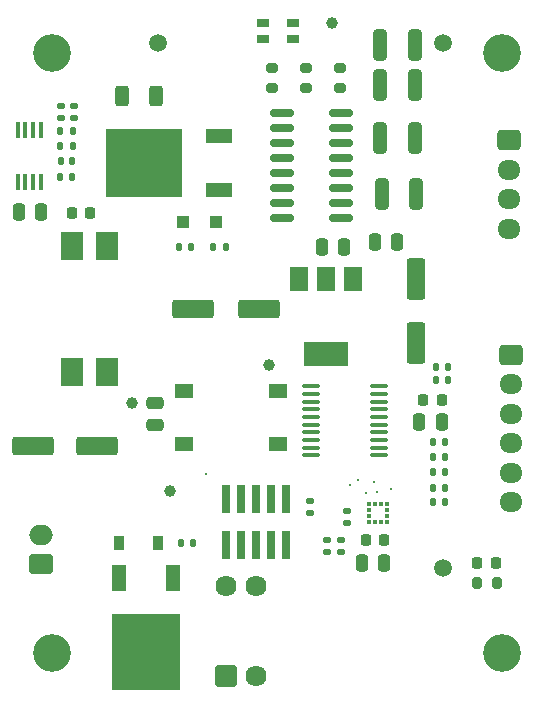
<source format=gts>
%TF.GenerationSoftware,KiCad,Pcbnew,(6.0.1-0)*%
%TF.CreationDate,2023-09-01T00:14:16-05:00*%
%TF.ProjectId,tackle_sensor_hardware,7461636b-6c65-45f7-9365-6e736f725f68,REV1*%
%TF.SameCoordinates,Original*%
%TF.FileFunction,Soldermask,Top*%
%TF.FilePolarity,Negative*%
%FSLAX46Y46*%
G04 Gerber Fmt 4.6, Leading zero omitted, Abs format (unit mm)*
G04 Created by KiCad (PCBNEW (6.0.1-0)) date 2023-09-01 00:14:16*
%MOMM*%
%LPD*%
G01*
G04 APERTURE LIST*
G04 Aperture macros list*
%AMRoundRect*
0 Rectangle with rounded corners*
0 $1 Rounding radius*
0 $2 $3 $4 $5 $6 $7 $8 $9 X,Y pos of 4 corners*
0 Add a 4 corners polygon primitive as box body*
4,1,4,$2,$3,$4,$5,$6,$7,$8,$9,$2,$3,0*
0 Add four circle primitives for the rounded corners*
1,1,$1+$1,$2,$3*
1,1,$1+$1,$4,$5*
1,1,$1+$1,$6,$7*
1,1,$1+$1,$8,$9*
0 Add four rect primitives between the rounded corners*
20,1,$1+$1,$2,$3,$4,$5,0*
20,1,$1+$1,$4,$5,$6,$7,0*
20,1,$1+$1,$6,$7,$8,$9,0*
20,1,$1+$1,$8,$9,$2,$3,0*%
G04 Aperture macros list end*
%ADD10C,1.500000*%
%ADD11RoundRect,0.250000X0.250000X0.475000X-0.250000X0.475000X-0.250000X-0.475000X0.250000X-0.475000X0*%
%ADD12RoundRect,0.225000X0.225000X0.250000X-0.225000X0.250000X-0.225000X-0.250000X0.225000X-0.250000X0*%
%ADD13RoundRect,0.250000X-0.725000X0.600000X-0.725000X-0.600000X0.725000X-0.600000X0.725000X0.600000X0*%
%ADD14O,1.950000X1.700000*%
%ADD15RoundRect,0.250000X0.312500X0.625000X-0.312500X0.625000X-0.312500X-0.625000X0.312500X-0.625000X0*%
%ADD16RoundRect,0.135000X-0.185000X0.135000X-0.185000X-0.135000X0.185000X-0.135000X0.185000X0.135000X0*%
%ADD17RoundRect,0.200000X-0.275000X0.200000X-0.275000X-0.200000X0.275000X-0.200000X0.275000X0.200000X0*%
%ADD18RoundRect,0.200000X0.200000X0.275000X-0.200000X0.275000X-0.200000X-0.275000X0.200000X-0.275000X0*%
%ADD19RoundRect,0.250000X0.312500X1.075000X-0.312500X1.075000X-0.312500X-1.075000X0.312500X-1.075000X0*%
%ADD20RoundRect,0.135000X-0.135000X-0.185000X0.135000X-0.185000X0.135000X0.185000X-0.135000X0.185000X0*%
%ADD21RoundRect,0.135000X0.135000X0.185000X-0.135000X0.185000X-0.135000X-0.185000X0.135000X-0.185000X0*%
%ADD22C,0.254000*%
%ADD23C,1.000000*%
%ADD24C,1.784000*%
%ADD25RoundRect,0.102000X-0.790000X-0.790000X0.790000X-0.790000X0.790000X0.790000X-0.790000X0.790000X0*%
%ADD26R,0.450000X1.450000*%
%ADD27C,3.200000*%
%ADD28R,0.760000X2.400000*%
%ADD29R,0.375000X0.350000*%
%ADD30R,0.350000X0.375000*%
%ADD31RoundRect,0.225000X-0.225000X-0.250000X0.225000X-0.250000X0.225000X0.250000X-0.225000X0.250000X0*%
%ADD32RoundRect,0.250000X0.750000X-0.600000X0.750000X0.600000X-0.750000X0.600000X-0.750000X-0.600000X0*%
%ADD33O,2.000000X1.700000*%
%ADD34RoundRect,0.250000X1.500000X0.550000X-1.500000X0.550000X-1.500000X-0.550000X1.500000X-0.550000X0*%
%ADD35RoundRect,0.250000X0.550000X-1.500000X0.550000X1.500000X-0.550000X1.500000X-0.550000X-1.500000X0*%
%ADD36R,1.550000X1.300000*%
%ADD37RoundRect,0.100000X0.637500X0.100000X-0.637500X0.100000X-0.637500X-0.100000X0.637500X-0.100000X0*%
%ADD38RoundRect,0.150000X-0.825000X-0.150000X0.825000X-0.150000X0.825000X0.150000X-0.825000X0.150000X0*%
%ADD39RoundRect,0.135000X0.185000X-0.135000X0.185000X0.135000X-0.185000X0.135000X-0.185000X-0.135000X0*%
%ADD40R,1.955800X2.362200*%
%ADD41R,1.200000X2.200000*%
%ADD42R,5.800000X6.400000*%
%ADD43RoundRect,0.140000X0.170000X-0.140000X0.170000X0.140000X-0.170000X0.140000X-0.170000X-0.140000X0*%
%ADD44RoundRect,0.140000X-0.140000X-0.170000X0.140000X-0.170000X0.140000X0.170000X-0.140000X0.170000X0*%
%ADD45RoundRect,0.218750X0.218750X0.256250X-0.218750X0.256250X-0.218750X-0.256250X0.218750X-0.256250X0*%
%ADD46R,1.500000X2.000000*%
%ADD47R,3.800000X2.000000*%
%ADD48RoundRect,0.250000X-0.250000X-0.475000X0.250000X-0.475000X0.250000X0.475000X-0.250000X0.475000X0*%
%ADD49R,2.200000X1.200000*%
%ADD50R,6.400000X5.800000*%
%ADD51R,0.900000X1.200000*%
%ADD52R,1.000000X0.800000*%
%ADD53RoundRect,0.250000X-0.312500X-1.075000X0.312500X-1.075000X0.312500X1.075000X-0.312500X1.075000X0*%
%ADD54RoundRect,0.250000X0.475000X-0.250000X0.475000X0.250000X-0.475000X0.250000X-0.475000X-0.250000X0*%
%ADD55R,1.100000X1.100000*%
G04 APERTURE END LIST*
D10*
%TO.C,FID3*%
X194310000Y-120650000D03*
%TD*%
%TO.C,FID2*%
X194310000Y-76200000D03*
%TD*%
%TO.C,FID1*%
X170180000Y-76200000D03*
%TD*%
D11*
%TO.C,C9*%
X189318900Y-120232600D03*
X187418900Y-120232600D03*
%TD*%
D12*
%TO.C,C10*%
X164406500Y-90616200D03*
X162856500Y-90616200D03*
%TD*%
D13*
%TO.C,J4*%
X199881900Y-84433200D03*
D14*
X199881900Y-86933200D03*
X199881900Y-89433200D03*
X199881900Y-91933200D03*
%TD*%
D15*
%TO.C,R7*%
X170023900Y-80710200D03*
X167098900Y-80710200D03*
%TD*%
D16*
%TO.C,R10*%
X186182000Y-115870800D03*
X186182000Y-116890800D03*
%TD*%
D17*
%TO.C,R11*%
X185572400Y-78360000D03*
X185572400Y-80010000D03*
%TD*%
D18*
%TO.C,R12*%
X198843400Y-121932200D03*
X197193400Y-121932200D03*
%TD*%
D17*
%TO.C,R13*%
X182676800Y-78360000D03*
X182676800Y-80010000D03*
%TD*%
D19*
%TO.C,R15*%
X191889300Y-79745000D03*
X188964300Y-79745000D03*
%TD*%
D20*
%TO.C,R16*%
X193413000Y-111252000D03*
X194433000Y-111252000D03*
%TD*%
D19*
%TO.C,R17*%
X191918700Y-84266200D03*
X188993700Y-84266200D03*
%TD*%
D20*
%TO.C,R18*%
X193673000Y-104775000D03*
X194693000Y-104775000D03*
%TD*%
D19*
%TO.C,R19*%
X192020300Y-88990600D03*
X189095300Y-88990600D03*
%TD*%
D21*
%TO.C,R22*%
X194441000Y-113919000D03*
X193421000Y-113919000D03*
%TD*%
D20*
%TO.C,R25*%
X193417000Y-112522000D03*
X194437000Y-112522000D03*
%TD*%
D22*
%TO.C,TP8*%
X187114100Y-113222200D03*
%TD*%
%TO.C,TP11*%
X188739700Y-114187400D03*
%TD*%
%TO.C,TP13*%
X188485700Y-113374600D03*
%TD*%
D13*
%TO.C,J5*%
X200042000Y-102589000D03*
D14*
X200042000Y-105089000D03*
X200042000Y-107589000D03*
X200042000Y-110089000D03*
X200042000Y-112589000D03*
X200042000Y-115089000D03*
%TD*%
D22*
%TO.C,TP14*%
X189908100Y-113984200D03*
%TD*%
D23*
%TO.C,TP15*%
X179578000Y-103505000D03*
%TD*%
%TO.C,TP12*%
X184878900Y-74512600D03*
%TD*%
D24*
%TO.C,S1*%
X178435000Y-122174000D03*
X178435000Y-129794000D03*
X175895000Y-122174000D03*
D25*
X175895000Y-129794000D03*
%TD*%
D17*
%TO.C,R14*%
X179832000Y-80010000D03*
X179832000Y-78360000D03*
%TD*%
D26*
%TO.C,U2*%
X160250700Y-87990200D03*
X159600700Y-87990200D03*
X158950700Y-87990200D03*
X158300700Y-87990200D03*
X158300700Y-83590200D03*
X158950700Y-83590200D03*
X159600700Y-83590200D03*
X160250700Y-83590200D03*
%TD*%
D27*
%TO.C,H3*%
X161180700Y-127827200D03*
%TD*%
D28*
%TO.C,J1*%
X181018104Y-114777402D03*
X181018104Y-118677402D03*
X179748104Y-114777402D03*
X179748104Y-118677402D03*
X178478104Y-114777402D03*
X178478104Y-118677402D03*
X177208104Y-114777402D03*
X177208104Y-118677402D03*
X175938104Y-114777402D03*
X175938104Y-118677402D03*
%TD*%
D23*
%TO.C,TP1*%
X171213700Y-114111200D03*
%TD*%
D27*
%TO.C,H4*%
X199280700Y-127827200D03*
%TD*%
D20*
%TO.C,R1*%
X172102700Y-118556200D03*
X173122700Y-118556200D03*
%TD*%
D12*
%TO.C,C11*%
X189324500Y-118251400D03*
X187774500Y-118251400D03*
%TD*%
D29*
%TO.C,U3*%
X189553000Y-115766200D03*
X189553000Y-116266200D03*
D30*
X189540500Y-116778700D03*
X189040500Y-116778700D03*
X188540500Y-116778700D03*
X188040500Y-116778700D03*
D29*
X188028000Y-116266200D03*
X188028000Y-115766200D03*
D30*
X188040500Y-115253700D03*
X188540500Y-115253700D03*
X189040500Y-115253700D03*
X189540500Y-115253700D03*
%TD*%
D31*
%TO.C,C7*%
X192646000Y-106426000D03*
X194196000Y-106426000D03*
%TD*%
D32*
%TO.C,J2*%
X160291700Y-120334200D03*
D33*
X160291700Y-117834200D03*
%TD*%
D11*
%TO.C,C3*%
X160291700Y-90489200D03*
X158391700Y-90489200D03*
%TD*%
D34*
%TO.C,C2*%
X165023700Y-110301200D03*
X159623700Y-110301200D03*
%TD*%
D16*
%TO.C,R3*%
X183050100Y-114996200D03*
X183050100Y-116016200D03*
%TD*%
D20*
%TO.C,R20*%
X194693000Y-103632000D03*
X193673000Y-103632000D03*
%TD*%
%TO.C,R4*%
X161862500Y-87517400D03*
X162882500Y-87517400D03*
%TD*%
D35*
%TO.C,C15*%
X191990900Y-101596600D03*
X191990900Y-96196600D03*
%TD*%
D36*
%TO.C,SW1*%
X180324500Y-110189000D03*
X172364500Y-110189000D03*
X180324500Y-105689000D03*
X172364500Y-105689000D03*
%TD*%
D37*
%TO.C,U1*%
X188859000Y-111118000D03*
X188859000Y-110468000D03*
X188859000Y-109818000D03*
X188859000Y-109168000D03*
X188859000Y-108518000D03*
X188859000Y-107868000D03*
X188859000Y-107218000D03*
X188859000Y-106568000D03*
X188859000Y-105918000D03*
X188859000Y-105268000D03*
X183134000Y-105268000D03*
X183134000Y-105918000D03*
X183134000Y-106568000D03*
X183134000Y-107218000D03*
X183134000Y-107868000D03*
X183134000Y-108518000D03*
X183134000Y-109168000D03*
X183134000Y-109818000D03*
X183134000Y-110468000D03*
X183134000Y-111118000D03*
%TD*%
D38*
%TO.C,U5*%
X185626700Y-82107200D03*
X185626700Y-83377200D03*
X185626700Y-84647200D03*
X185626700Y-85917200D03*
X185626700Y-87187200D03*
X185626700Y-88457200D03*
X185626700Y-89727200D03*
X185626700Y-90997200D03*
X180676700Y-90997200D03*
X180676700Y-89727200D03*
X180676700Y-88457200D03*
X180676700Y-87187200D03*
X180676700Y-85917200D03*
X180676700Y-84647200D03*
X180676700Y-83377200D03*
X180676700Y-82107200D03*
%TD*%
D21*
%TO.C,R9*%
X171920900Y-93511800D03*
X172940900Y-93511800D03*
%TD*%
D20*
%TO.C,R2*%
X161913300Y-83702200D03*
X162933300Y-83702200D03*
%TD*%
D39*
%TO.C,R23*%
X185674000Y-118262400D03*
X185674000Y-119282400D03*
%TD*%
D40*
%TO.C,T1*%
X165855700Y-104065500D03*
X162855700Y-104065500D03*
X162855700Y-93422900D03*
X165855700Y-93422900D03*
%TD*%
D21*
%TO.C,R8*%
X174867300Y-93511800D03*
X175887300Y-93511800D03*
%TD*%
%TO.C,R5*%
X194441000Y-115062000D03*
X193421000Y-115062000D03*
%TD*%
D41*
%TO.C,Q1*%
X166902700Y-121503200D03*
D42*
X169182700Y-127803200D03*
D41*
X171462700Y-121503200D03*
%TD*%
D43*
%TO.C,C6*%
X163085700Y-82533800D03*
X163085700Y-81573800D03*
%TD*%
D39*
%TO.C,R21*%
X184454800Y-118260400D03*
X184454800Y-119280400D03*
%TD*%
D44*
%TO.C,C8*%
X161917300Y-86191400D03*
X162877300Y-86191400D03*
%TD*%
D45*
%TO.C,D3*%
X198780400Y-120205000D03*
X197205400Y-120205000D03*
%TD*%
D20*
%TO.C,R6*%
X162935300Y-84921400D03*
X161915300Y-84921400D03*
%TD*%
D43*
%TO.C,C5*%
X161917300Y-82533800D03*
X161917300Y-81573800D03*
%TD*%
D46*
%TO.C,U4*%
X186670900Y-96203800D03*
X184370900Y-96203800D03*
D47*
X184370900Y-102503800D03*
D46*
X182070900Y-96203800D03*
%TD*%
D48*
%TO.C,C14*%
X188516100Y-93054600D03*
X190416100Y-93054600D03*
%TD*%
D34*
%TO.C,C12*%
X178738100Y-98744200D03*
X173138100Y-98744200D03*
%TD*%
D48*
%TO.C,C13*%
X184045700Y-93511800D03*
X185945700Y-93511800D03*
%TD*%
D22*
%TO.C,TP2*%
X174261700Y-112663400D03*
%TD*%
%TO.C,TP10*%
X187774500Y-114289000D03*
%TD*%
D49*
%TO.C,Q2*%
X175327900Y-84118800D03*
D50*
X169027900Y-86398800D03*
D49*
X175327900Y-88678800D03*
%TD*%
D48*
%TO.C,C4*%
X192283000Y-108331000D03*
X194183000Y-108331000D03*
%TD*%
D20*
%TO.C,R24*%
X193413000Y-109982000D03*
X194433000Y-109982000D03*
%TD*%
D27*
%TO.C,H2*%
X199280700Y-77027200D03*
%TD*%
D51*
%TO.C,D1*%
X166896700Y-118556200D03*
X170196700Y-118556200D03*
%TD*%
D23*
%TO.C,TP3*%
X167944800Y-106680000D03*
%TD*%
D52*
%TO.C,D4*%
X181590000Y-74509400D03*
X181590000Y-75909400D03*
X179090000Y-75909400D03*
X179090000Y-74509400D03*
%TD*%
D27*
%TO.C,H1*%
X161180700Y-77027200D03*
%TD*%
D53*
%TO.C,F1*%
X188964300Y-76341400D03*
X191889300Y-76341400D03*
%TD*%
D22*
%TO.C,TP9*%
X186402900Y-113628600D03*
%TD*%
D54*
%TO.C,C1*%
X169943700Y-108548600D03*
X169943700Y-106648600D03*
%TD*%
D55*
%TO.C,D2*%
X172274500Y-91378200D03*
X175074500Y-91378200D03*
%TD*%
M02*

</source>
